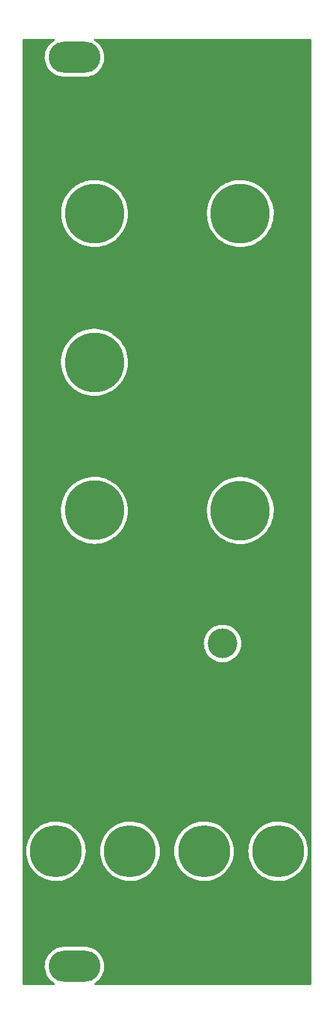
<source format=gbr>
%TF.GenerationSoftware,KiCad,Pcbnew,6.0.9+dfsg-1~bpo11+1*%
%TF.CreationDate,2023-01-13T02:31:21+08:00*%
%TF.ProjectId,MiniVerb - Front,4d696e69-5665-4726-9220-2d2046726f6e,rev?*%
%TF.SameCoordinates,Original*%
%TF.FileFunction,Copper,L1,Top*%
%TF.FilePolarity,Positive*%
%FSLAX46Y46*%
G04 Gerber Fmt 4.6, Leading zero omitted, Abs format (unit mm)*
G04 Created by KiCad (PCBNEW 6.0.9+dfsg-1~bpo11+1) date 2023-01-13 02:31:21*
%MOMM*%
%LPD*%
G01*
G04 APERTURE LIST*
%TA.AperFunction,ComponentPad*%
%ADD10O,7.000000X4.200000*%
%TD*%
%TA.AperFunction,ComponentPad*%
%ADD11C,8.000000*%
%TD*%
%TA.AperFunction,ComponentPad*%
%ADD12C,7.000000*%
%TD*%
%TA.AperFunction,ViaPad*%
%ADD13C,4.000000*%
%TD*%
G04 APERTURE END LIST*
D10*
%TO.P,REF\u002A\u002A,*%
%TO.N,*%
X127500000Y-157501088D03*
X127500000Y-35001088D03*
%TD*%
D11*
%TO.P,REF\u002A\u002A,*%
%TO.N,*%
X149900000Y-96070000D03*
%TD*%
%TO.P,REF\u002A\u002A,*%
%TO.N,*%
X130190000Y-76100000D03*
%TD*%
D12*
%TO.P,REF\u002A\u002A,*%
%TO.N,*%
X124990000Y-142000000D03*
%TD*%
D11*
%TO.P,REF\u002A\u002A,*%
%TO.N,*%
X130180000Y-96050000D03*
%TD*%
%TO.P,REF\u002A\u002A,*%
%TO.N,*%
X149900000Y-56050000D03*
%TD*%
%TO.P,REF\u002A\u002A,*%
%TO.N,*%
X130200000Y-56050000D03*
%TD*%
D12*
%TO.P,REF\u002A\u002A,*%
%TO.N,*%
X145000000Y-142000000D03*
%TD*%
%TO.P,REF\u002A\u002A,*%
%TO.N,*%
X135000000Y-142000000D03*
%TD*%
%TO.P,REF\u002A\u002A,*%
%TO.N,*%
X155010000Y-142000000D03*
%TD*%
D13*
%TO.N,*%
X147500000Y-114000000D03*
%TD*%
%TA.AperFunction,NonConductor*%
G36*
X124796375Y-32528502D02*
G01*
X124842868Y-32582158D01*
X124852972Y-32652432D01*
X124823478Y-32717012D01*
X124794089Y-32741933D01*
X124684224Y-32809259D01*
X124600983Y-32860269D01*
X124597979Y-32862659D01*
X124597974Y-32862662D01*
X124429370Y-32996776D01*
X124351256Y-33058911D01*
X124127599Y-33286506D01*
X124125254Y-33289562D01*
X123988195Y-33468181D01*
X123933346Y-33539661D01*
X123771393Y-33814603D01*
X123644154Y-34107233D01*
X123553526Y-34413188D01*
X123500860Y-34727907D01*
X123486941Y-35046699D01*
X123511977Y-35364811D01*
X123575594Y-35677500D01*
X123676845Y-35980106D01*
X123814219Y-36268117D01*
X123985669Y-36537239D01*
X123988112Y-36540202D01*
X123988113Y-36540204D01*
X124135016Y-36718411D01*
X124188639Y-36783461D01*
X124420102Y-37003112D01*
X124676609Y-37192917D01*
X124679942Y-37194803D01*
X124679947Y-37194806D01*
X124839104Y-37284853D01*
X124954336Y-37350048D01*
X124957879Y-37351515D01*
X124957884Y-37351518D01*
X125135032Y-37424894D01*
X125249142Y-37472160D01*
X125351532Y-37500555D01*
X125552916Y-37556405D01*
X125552924Y-37556407D01*
X125556632Y-37557435D01*
X125872222Y-37604600D01*
X125875520Y-37604744D01*
X125985090Y-37609528D01*
X125985094Y-37609528D01*
X125986466Y-37609588D01*
X128981047Y-37609588D01*
X129218500Y-37595065D01*
X129222283Y-37594364D01*
X129222290Y-37594363D01*
X129375376Y-37565990D01*
X129532252Y-37536914D01*
X129742300Y-37470686D01*
X129832907Y-37442118D01*
X129832910Y-37442117D01*
X129836579Y-37440960D01*
X129840076Y-37439366D01*
X129840082Y-37439364D01*
X130123436Y-37310233D01*
X130123440Y-37310231D01*
X130126944Y-37308634D01*
X130312694Y-37194806D01*
X130395739Y-37143916D01*
X130395742Y-37143914D01*
X130399017Y-37141907D01*
X130402021Y-37139517D01*
X130402026Y-37139514D01*
X130645733Y-36945660D01*
X130648744Y-36943265D01*
X130872401Y-36715670D01*
X131009316Y-36537239D01*
X131064304Y-36465578D01*
X131064306Y-36465574D01*
X131066654Y-36462515D01*
X131228607Y-36187573D01*
X131355846Y-35894943D01*
X131446474Y-35588988D01*
X131499140Y-35274269D01*
X131513059Y-34955477D01*
X131488023Y-34637365D01*
X131424406Y-34324676D01*
X131323155Y-34022070D01*
X131185781Y-33734059D01*
X131014331Y-33464937D01*
X130867244Y-33286506D01*
X130813804Y-33221678D01*
X130813800Y-33221673D01*
X130811361Y-33218715D01*
X130579898Y-32999064D01*
X130323391Y-32809259D01*
X130320052Y-32807370D01*
X130320046Y-32807366D01*
X130208339Y-32744165D01*
X130158899Y-32693212D01*
X130144855Y-32623618D01*
X130170665Y-32557479D01*
X130228136Y-32515794D01*
X130270384Y-32508500D01*
X159365500Y-32508500D01*
X159433621Y-32528502D01*
X159480114Y-32582158D01*
X159491500Y-32634500D01*
X159491500Y-159865500D01*
X159471498Y-159933621D01*
X159417842Y-159980114D01*
X159365500Y-159991500D01*
X130275297Y-159991500D01*
X130207176Y-159971498D01*
X130160683Y-159917842D01*
X130150579Y-159847568D01*
X130180073Y-159782988D01*
X130209462Y-159758067D01*
X130395739Y-159643916D01*
X130395742Y-159643914D01*
X130399017Y-159641907D01*
X130402021Y-159639517D01*
X130402026Y-159639514D01*
X130645733Y-159445660D01*
X130648744Y-159443265D01*
X130872401Y-159215670D01*
X131009316Y-159037239D01*
X131064304Y-158965578D01*
X131064306Y-158965574D01*
X131066654Y-158962515D01*
X131228607Y-158687573D01*
X131355846Y-158394943D01*
X131446474Y-158088988D01*
X131499140Y-157774269D01*
X131513059Y-157455477D01*
X131488023Y-157137365D01*
X131424406Y-156824676D01*
X131323155Y-156522070D01*
X131185781Y-156234059D01*
X131014331Y-155964937D01*
X130867244Y-155786506D01*
X130813804Y-155721678D01*
X130813800Y-155721673D01*
X130811361Y-155718715D01*
X130579898Y-155499064D01*
X130323391Y-155309259D01*
X130320058Y-155307373D01*
X130320053Y-155307370D01*
X130122417Y-155195553D01*
X130045664Y-155152128D01*
X130042121Y-155150661D01*
X130042116Y-155150658D01*
X129823386Y-155060058D01*
X129750858Y-155030016D01*
X129648468Y-155001621D01*
X129447084Y-154945771D01*
X129447076Y-154945769D01*
X129443368Y-154944741D01*
X129127778Y-154897576D01*
X129124480Y-154897432D01*
X129014910Y-154892648D01*
X129014906Y-154892648D01*
X129013534Y-154892588D01*
X126018953Y-154892588D01*
X125781500Y-154907111D01*
X125777717Y-154907812D01*
X125777710Y-154907813D01*
X125624624Y-154936186D01*
X125467748Y-154965262D01*
X125286491Y-155022412D01*
X125167093Y-155060058D01*
X125167090Y-155060059D01*
X125163421Y-155061216D01*
X125159924Y-155062810D01*
X125159918Y-155062812D01*
X124876564Y-155191943D01*
X124876560Y-155191945D01*
X124873056Y-155193542D01*
X124869777Y-155195552D01*
X124869774Y-155195553D01*
X124684224Y-155309259D01*
X124600983Y-155360269D01*
X124597979Y-155362659D01*
X124597974Y-155362662D01*
X124429370Y-155496776D01*
X124351256Y-155558911D01*
X124127599Y-155786506D01*
X124125254Y-155789562D01*
X123988195Y-155968181D01*
X123933346Y-156039661D01*
X123771393Y-156314603D01*
X123644154Y-156607233D01*
X123553526Y-156913188D01*
X123500860Y-157227907D01*
X123486941Y-157546699D01*
X123511977Y-157864811D01*
X123575594Y-158177500D01*
X123676845Y-158480106D01*
X123814219Y-158768117D01*
X123985669Y-159037239D01*
X123988112Y-159040202D01*
X123988113Y-159040204D01*
X124135016Y-159218411D01*
X124188639Y-159283461D01*
X124420102Y-159503112D01*
X124676609Y-159692917D01*
X124679948Y-159694806D01*
X124679954Y-159694810D01*
X124787815Y-159755835D01*
X124837255Y-159806788D01*
X124851299Y-159876382D01*
X124825489Y-159942521D01*
X124768018Y-159984206D01*
X124725770Y-159991500D01*
X120634500Y-159991500D01*
X120566379Y-159971498D01*
X120519886Y-159917842D01*
X120508500Y-159865500D01*
X120508500Y-141943965D01*
X120977057Y-141943965D01*
X120990741Y-142335827D01*
X121042599Y-142724484D01*
X121132136Y-143106225D01*
X121258496Y-143477407D01*
X121420475Y-143834487D01*
X121616525Y-144174056D01*
X121618314Y-144176554D01*
X121618316Y-144176558D01*
X121718047Y-144315860D01*
X121844776Y-144492874D01*
X122103049Y-144787896D01*
X122388878Y-145056308D01*
X122699536Y-145295546D01*
X122702139Y-145297173D01*
X122702144Y-145297176D01*
X122821576Y-145371805D01*
X123032056Y-145503328D01*
X123383266Y-145677670D01*
X123749812Y-145816907D01*
X124128195Y-145919712D01*
X124426419Y-145970153D01*
X124511783Y-145984591D01*
X124511786Y-145984591D01*
X124514805Y-145985102D01*
X124669444Y-145995916D01*
X124902885Y-146012240D01*
X124902893Y-146012240D01*
X124905951Y-146012454D01*
X125158037Y-146005413D01*
X125294825Y-146001592D01*
X125294828Y-146001592D01*
X125297899Y-146001506D01*
X125300952Y-146001120D01*
X125300956Y-146001120D01*
X125442576Y-145983229D01*
X125686908Y-145952362D01*
X125689912Y-145951680D01*
X125689915Y-145951679D01*
X126066269Y-145866174D01*
X126066275Y-145866172D01*
X126069265Y-145865493D01*
X126072184Y-145864522D01*
X126438396Y-145742700D01*
X126438402Y-145742698D01*
X126441320Y-145741727D01*
X126582735Y-145678765D01*
X126796722Y-145583492D01*
X126796728Y-145583489D01*
X126799522Y-145582245D01*
X126802191Y-145580729D01*
X127137784Y-145390086D01*
X127137790Y-145390083D01*
X127140452Y-145388570D01*
X127460855Y-145162550D01*
X127757674Y-144906344D01*
X128028074Y-144622395D01*
X128269475Y-144313415D01*
X128479574Y-143982354D01*
X128656363Y-143632370D01*
X128716469Y-143477407D01*
X128797041Y-143269681D01*
X128797044Y-143269672D01*
X128798156Y-143266805D01*
X128903600Y-142889148D01*
X128971688Y-142503004D01*
X129001769Y-142112059D01*
X129003334Y-142000000D01*
X129000594Y-141943965D01*
X130987057Y-141943965D01*
X131000741Y-142335827D01*
X131052599Y-142724484D01*
X131142136Y-143106225D01*
X131268496Y-143477407D01*
X131430475Y-143834487D01*
X131626525Y-144174056D01*
X131628314Y-144176554D01*
X131628316Y-144176558D01*
X131728047Y-144315860D01*
X131854776Y-144492874D01*
X132113049Y-144787896D01*
X132398878Y-145056308D01*
X132709536Y-145295546D01*
X132712139Y-145297173D01*
X132712144Y-145297176D01*
X132831576Y-145371805D01*
X133042056Y-145503328D01*
X133393266Y-145677670D01*
X133759812Y-145816907D01*
X134138195Y-145919712D01*
X134436419Y-145970153D01*
X134521783Y-145984591D01*
X134521786Y-145984591D01*
X134524805Y-145985102D01*
X134679444Y-145995916D01*
X134912885Y-146012240D01*
X134912893Y-146012240D01*
X134915951Y-146012454D01*
X135168037Y-146005413D01*
X135304825Y-146001592D01*
X135304828Y-146001592D01*
X135307899Y-146001506D01*
X135310952Y-146001120D01*
X135310956Y-146001120D01*
X135452576Y-145983229D01*
X135696908Y-145952362D01*
X135699912Y-145951680D01*
X135699915Y-145951679D01*
X136076269Y-145866174D01*
X136076275Y-145866172D01*
X136079265Y-145865493D01*
X136082184Y-145864522D01*
X136448396Y-145742700D01*
X136448402Y-145742698D01*
X136451320Y-145741727D01*
X136592735Y-145678765D01*
X136806722Y-145583492D01*
X136806728Y-145583489D01*
X136809522Y-145582245D01*
X136812191Y-145580729D01*
X137147784Y-145390086D01*
X137147790Y-145390083D01*
X137150452Y-145388570D01*
X137470855Y-145162550D01*
X137767674Y-144906344D01*
X138038074Y-144622395D01*
X138279475Y-144313415D01*
X138489574Y-143982354D01*
X138666363Y-143632370D01*
X138726469Y-143477407D01*
X138807041Y-143269681D01*
X138807044Y-143269672D01*
X138808156Y-143266805D01*
X138913600Y-142889148D01*
X138981688Y-142503004D01*
X139011769Y-142112059D01*
X139013334Y-142000000D01*
X139010594Y-141943965D01*
X140987057Y-141943965D01*
X141000741Y-142335827D01*
X141052599Y-142724484D01*
X141142136Y-143106225D01*
X141268496Y-143477407D01*
X141430475Y-143834487D01*
X141626525Y-144174056D01*
X141628314Y-144176554D01*
X141628316Y-144176558D01*
X141728047Y-144315860D01*
X141854776Y-144492874D01*
X142113049Y-144787896D01*
X142398878Y-145056308D01*
X142709536Y-145295546D01*
X142712139Y-145297173D01*
X142712144Y-145297176D01*
X142831576Y-145371805D01*
X143042056Y-145503328D01*
X143393266Y-145677670D01*
X143759812Y-145816907D01*
X144138195Y-145919712D01*
X144436419Y-145970153D01*
X144521783Y-145984591D01*
X144521786Y-145984591D01*
X144524805Y-145985102D01*
X144679444Y-145995916D01*
X144912885Y-146012240D01*
X144912893Y-146012240D01*
X144915951Y-146012454D01*
X145168037Y-146005413D01*
X145304825Y-146001592D01*
X145304828Y-146001592D01*
X145307899Y-146001506D01*
X145310952Y-146001120D01*
X145310956Y-146001120D01*
X145452576Y-145983229D01*
X145696908Y-145952362D01*
X145699912Y-145951680D01*
X145699915Y-145951679D01*
X146076269Y-145866174D01*
X146076275Y-145866172D01*
X146079265Y-145865493D01*
X146082184Y-145864522D01*
X146448396Y-145742700D01*
X146448402Y-145742698D01*
X146451320Y-145741727D01*
X146592735Y-145678765D01*
X146806722Y-145583492D01*
X146806728Y-145583489D01*
X146809522Y-145582245D01*
X146812191Y-145580729D01*
X147147784Y-145390086D01*
X147147790Y-145390083D01*
X147150452Y-145388570D01*
X147470855Y-145162550D01*
X147767674Y-144906344D01*
X148038074Y-144622395D01*
X148279475Y-144313415D01*
X148489574Y-143982354D01*
X148666363Y-143632370D01*
X148726469Y-143477407D01*
X148807041Y-143269681D01*
X148807044Y-143269672D01*
X148808156Y-143266805D01*
X148913600Y-142889148D01*
X148981688Y-142503004D01*
X149011769Y-142112059D01*
X149013334Y-142000000D01*
X149010594Y-141943965D01*
X150997057Y-141943965D01*
X151010741Y-142335827D01*
X151062599Y-142724484D01*
X151152136Y-143106225D01*
X151278496Y-143477407D01*
X151440475Y-143834487D01*
X151636525Y-144174056D01*
X151638314Y-144176554D01*
X151638316Y-144176558D01*
X151738047Y-144315860D01*
X151864776Y-144492874D01*
X152123049Y-144787896D01*
X152408878Y-145056308D01*
X152719536Y-145295546D01*
X152722139Y-145297173D01*
X152722144Y-145297176D01*
X152841576Y-145371805D01*
X153052056Y-145503328D01*
X153403266Y-145677670D01*
X153769812Y-145816907D01*
X154148195Y-145919712D01*
X154446419Y-145970153D01*
X154531783Y-145984591D01*
X154531786Y-145984591D01*
X154534805Y-145985102D01*
X154689444Y-145995916D01*
X154922885Y-146012240D01*
X154922893Y-146012240D01*
X154925951Y-146012454D01*
X155178037Y-146005413D01*
X155314825Y-146001592D01*
X155314828Y-146001592D01*
X155317899Y-146001506D01*
X155320952Y-146001120D01*
X155320956Y-146001120D01*
X155462576Y-145983229D01*
X155706908Y-145952362D01*
X155709912Y-145951680D01*
X155709915Y-145951679D01*
X156086269Y-145866174D01*
X156086275Y-145866172D01*
X156089265Y-145865493D01*
X156092184Y-145864522D01*
X156458396Y-145742700D01*
X156458402Y-145742698D01*
X156461320Y-145741727D01*
X156602735Y-145678765D01*
X156816722Y-145583492D01*
X156816728Y-145583489D01*
X156819522Y-145582245D01*
X156822191Y-145580729D01*
X157157784Y-145390086D01*
X157157790Y-145390083D01*
X157160452Y-145388570D01*
X157480855Y-145162550D01*
X157777674Y-144906344D01*
X158048074Y-144622395D01*
X158289475Y-144313415D01*
X158499574Y-143982354D01*
X158676363Y-143632370D01*
X158736469Y-143477407D01*
X158817041Y-143269681D01*
X158817044Y-143269672D01*
X158818156Y-143266805D01*
X158923600Y-142889148D01*
X158991688Y-142503004D01*
X159021769Y-142112059D01*
X159023334Y-142000000D01*
X159020594Y-141943965D01*
X159004330Y-141611440D01*
X159004180Y-141608367D01*
X158946901Y-141220473D01*
X158852043Y-140840019D01*
X158720512Y-140470637D01*
X158553564Y-140115854D01*
X158551997Y-140113225D01*
X158551992Y-140113216D01*
X158354361Y-139781689D01*
X158352791Y-139779055D01*
X158350977Y-139776595D01*
X158350972Y-139776587D01*
X158121933Y-139465926D01*
X158121931Y-139465923D01*
X158120111Y-139463455D01*
X157857744Y-139172068D01*
X157568195Y-138907673D01*
X157254228Y-138672795D01*
X157206015Y-138643596D01*
X156921467Y-138471267D01*
X156921458Y-138471262D01*
X156918839Y-138469676D01*
X156565229Y-138300255D01*
X156562339Y-138299203D01*
X156562334Y-138299201D01*
X156199674Y-138167204D01*
X156199671Y-138167203D01*
X156196775Y-138166149D01*
X155920563Y-138095229D01*
X155819977Y-138069403D01*
X155819974Y-138069402D01*
X155816993Y-138068637D01*
X155429508Y-138008651D01*
X155038018Y-137986764D01*
X155034939Y-137986893D01*
X155034936Y-137986893D01*
X154779188Y-137997612D01*
X154646261Y-138003183D01*
X154643217Y-138003611D01*
X154643215Y-138003611D01*
X154432778Y-138033186D01*
X154257976Y-138057753D01*
X153876869Y-138149953D01*
X153506579Y-138278902D01*
X153150638Y-138443369D01*
X152812446Y-138641785D01*
X152652444Y-138758033D01*
X152497711Y-138870453D01*
X152497705Y-138870458D01*
X152495230Y-138872256D01*
X152492944Y-138874285D01*
X152492941Y-138874288D01*
X152413123Y-138945154D01*
X152202017Y-139132583D01*
X152199938Y-139134828D01*
X152199931Y-139134835D01*
X151937694Y-139418026D01*
X151935608Y-139420279D01*
X151698544Y-139732599D01*
X151493089Y-140066562D01*
X151321203Y-140418980D01*
X151184527Y-140786489D01*
X151084367Y-141165581D01*
X151021677Y-141552638D01*
X151021483Y-141555718D01*
X151021483Y-141555720D01*
X151017978Y-141611440D01*
X150997057Y-141943965D01*
X149010594Y-141943965D01*
X148994330Y-141611440D01*
X148994180Y-141608367D01*
X148936901Y-141220473D01*
X148842043Y-140840019D01*
X148710512Y-140470637D01*
X148543564Y-140115854D01*
X148541997Y-140113225D01*
X148541992Y-140113216D01*
X148344361Y-139781689D01*
X148342791Y-139779055D01*
X148340977Y-139776595D01*
X148340972Y-139776587D01*
X148111933Y-139465926D01*
X148111931Y-139465923D01*
X148110111Y-139463455D01*
X147847744Y-139172068D01*
X147558195Y-138907673D01*
X147244228Y-138672795D01*
X147196015Y-138643596D01*
X146911467Y-138471267D01*
X146911458Y-138471262D01*
X146908839Y-138469676D01*
X146555229Y-138300255D01*
X146552339Y-138299203D01*
X146552334Y-138299201D01*
X146189674Y-138167204D01*
X146189671Y-138167203D01*
X146186775Y-138166149D01*
X145910563Y-138095229D01*
X145809977Y-138069403D01*
X145809974Y-138069402D01*
X145806993Y-138068637D01*
X145419508Y-138008651D01*
X145028018Y-137986764D01*
X145024939Y-137986893D01*
X145024936Y-137986893D01*
X144769188Y-137997612D01*
X144636261Y-138003183D01*
X144633217Y-138003611D01*
X144633215Y-138003611D01*
X144422778Y-138033186D01*
X144247976Y-138057753D01*
X143866869Y-138149953D01*
X143496579Y-138278902D01*
X143140638Y-138443369D01*
X142802446Y-138641785D01*
X142642444Y-138758033D01*
X142487711Y-138870453D01*
X142487705Y-138870458D01*
X142485230Y-138872256D01*
X142482944Y-138874285D01*
X142482941Y-138874288D01*
X142403123Y-138945154D01*
X142192017Y-139132583D01*
X142189938Y-139134828D01*
X142189931Y-139134835D01*
X141927694Y-139418026D01*
X141925608Y-139420279D01*
X141688544Y-139732599D01*
X141483089Y-140066562D01*
X141311203Y-140418980D01*
X141174527Y-140786489D01*
X141074367Y-141165581D01*
X141011677Y-141552638D01*
X141011483Y-141555718D01*
X141011483Y-141555720D01*
X141007978Y-141611440D01*
X140987057Y-141943965D01*
X139010594Y-141943965D01*
X138994330Y-141611440D01*
X138994180Y-141608367D01*
X138936901Y-141220473D01*
X138842043Y-140840019D01*
X138710512Y-140470637D01*
X138543564Y-140115854D01*
X138541997Y-140113225D01*
X138541992Y-140113216D01*
X138344361Y-139781689D01*
X138342791Y-139779055D01*
X138340977Y-139776595D01*
X138340972Y-139776587D01*
X138111933Y-139465926D01*
X138111931Y-139465923D01*
X138110111Y-139463455D01*
X137847744Y-139172068D01*
X137558195Y-138907673D01*
X137244228Y-138672795D01*
X137196015Y-138643596D01*
X136911467Y-138471267D01*
X136911458Y-138471262D01*
X136908839Y-138469676D01*
X136555229Y-138300255D01*
X136552339Y-138299203D01*
X136552334Y-138299201D01*
X136189674Y-138167204D01*
X136189671Y-138167203D01*
X136186775Y-138166149D01*
X135910563Y-138095229D01*
X135809977Y-138069403D01*
X135809974Y-138069402D01*
X135806993Y-138068637D01*
X135419508Y-138008651D01*
X135028018Y-137986764D01*
X135024939Y-137986893D01*
X135024936Y-137986893D01*
X134769188Y-137997612D01*
X134636261Y-138003183D01*
X134633217Y-138003611D01*
X134633215Y-138003611D01*
X134422778Y-138033186D01*
X134247976Y-138057753D01*
X133866869Y-138149953D01*
X133496579Y-138278902D01*
X133140638Y-138443369D01*
X132802446Y-138641785D01*
X132642444Y-138758033D01*
X132487711Y-138870453D01*
X132487705Y-138870458D01*
X132485230Y-138872256D01*
X132482944Y-138874285D01*
X132482941Y-138874288D01*
X132403123Y-138945154D01*
X132192017Y-139132583D01*
X132189938Y-139134828D01*
X132189931Y-139134835D01*
X131927694Y-139418026D01*
X131925608Y-139420279D01*
X131688544Y-139732599D01*
X131483089Y-140066562D01*
X131311203Y-140418980D01*
X131174527Y-140786489D01*
X131074367Y-141165581D01*
X131011677Y-141552638D01*
X131011483Y-141555718D01*
X131011483Y-141555720D01*
X131007978Y-141611440D01*
X130987057Y-141943965D01*
X129000594Y-141943965D01*
X128984330Y-141611440D01*
X128984180Y-141608367D01*
X128926901Y-141220473D01*
X128832043Y-140840019D01*
X128700512Y-140470637D01*
X128533564Y-140115854D01*
X128531997Y-140113225D01*
X128531992Y-140113216D01*
X128334361Y-139781689D01*
X128332791Y-139779055D01*
X128330977Y-139776595D01*
X128330972Y-139776587D01*
X128101933Y-139465926D01*
X128101931Y-139465923D01*
X128100111Y-139463455D01*
X127837744Y-139172068D01*
X127548195Y-138907673D01*
X127234228Y-138672795D01*
X127186015Y-138643596D01*
X126901467Y-138471267D01*
X126901458Y-138471262D01*
X126898839Y-138469676D01*
X126545229Y-138300255D01*
X126542339Y-138299203D01*
X126542334Y-138299201D01*
X126179674Y-138167204D01*
X126179671Y-138167203D01*
X126176775Y-138166149D01*
X125900563Y-138095229D01*
X125799977Y-138069403D01*
X125799974Y-138069402D01*
X125796993Y-138068637D01*
X125409508Y-138008651D01*
X125018018Y-137986764D01*
X125014939Y-137986893D01*
X125014936Y-137986893D01*
X124759188Y-137997612D01*
X124626261Y-138003183D01*
X124623217Y-138003611D01*
X124623215Y-138003611D01*
X124412778Y-138033186D01*
X124237976Y-138057753D01*
X123856869Y-138149953D01*
X123486579Y-138278902D01*
X123130638Y-138443369D01*
X122792446Y-138641785D01*
X122632444Y-138758033D01*
X122477711Y-138870453D01*
X122477705Y-138870458D01*
X122475230Y-138872256D01*
X122472944Y-138874285D01*
X122472941Y-138874288D01*
X122393123Y-138945154D01*
X122182017Y-139132583D01*
X122179938Y-139134828D01*
X122179931Y-139134835D01*
X121917694Y-139418026D01*
X121915608Y-139420279D01*
X121678544Y-139732599D01*
X121473089Y-140066562D01*
X121301203Y-140418980D01*
X121164527Y-140786489D01*
X121064367Y-141165581D01*
X121001677Y-141552638D01*
X121001483Y-141555718D01*
X121001483Y-141555720D01*
X120997978Y-141611440D01*
X120977057Y-141943965D01*
X120508500Y-141943965D01*
X120508500Y-114000000D01*
X144986540Y-114000000D01*
X145006359Y-114315020D01*
X145065505Y-114625072D01*
X145163044Y-114925266D01*
X145164731Y-114928852D01*
X145164733Y-114928856D01*
X145295750Y-115207283D01*
X145295754Y-115207290D01*
X145297438Y-115210869D01*
X145466568Y-115477375D01*
X145667767Y-115720582D01*
X145897860Y-115936654D01*
X146153221Y-116122184D01*
X146429821Y-116274247D01*
X146433490Y-116275700D01*
X146433495Y-116275702D01*
X146719628Y-116388990D01*
X146723298Y-116390443D01*
X147029025Y-116468940D01*
X147342179Y-116508500D01*
X147657821Y-116508500D01*
X147970975Y-116468940D01*
X148276702Y-116390443D01*
X148280372Y-116388990D01*
X148566505Y-116275702D01*
X148566510Y-116275700D01*
X148570179Y-116274247D01*
X148846779Y-116122184D01*
X149102140Y-115936654D01*
X149332233Y-115720582D01*
X149533432Y-115477375D01*
X149702562Y-115210869D01*
X149704246Y-115207290D01*
X149704250Y-115207283D01*
X149835267Y-114928856D01*
X149835269Y-114928852D01*
X149836956Y-114925266D01*
X149934495Y-114625072D01*
X149993641Y-114315020D01*
X150013460Y-114000000D01*
X149993641Y-113684980D01*
X149934495Y-113374928D01*
X149836956Y-113074734D01*
X149835267Y-113071144D01*
X149704250Y-112792717D01*
X149704246Y-112792710D01*
X149702562Y-112789131D01*
X149533432Y-112522625D01*
X149332233Y-112279418D01*
X149102140Y-112063346D01*
X148846779Y-111877816D01*
X148570179Y-111725753D01*
X148566510Y-111724300D01*
X148566505Y-111724298D01*
X148280372Y-111611010D01*
X148280371Y-111611010D01*
X148276702Y-111609557D01*
X147970975Y-111531060D01*
X147657821Y-111491500D01*
X147342179Y-111491500D01*
X147029025Y-111531060D01*
X146723298Y-111609557D01*
X146719629Y-111611010D01*
X146719628Y-111611010D01*
X146433495Y-111724298D01*
X146433490Y-111724300D01*
X146429821Y-111725753D01*
X146153221Y-111877816D01*
X145897860Y-112063346D01*
X145667767Y-112279418D01*
X145466568Y-112522625D01*
X145297438Y-112789131D01*
X145295754Y-112792710D01*
X145295750Y-112792717D01*
X145164733Y-113071144D01*
X145163044Y-113074734D01*
X145065505Y-113374928D01*
X145006359Y-113684980D01*
X144986540Y-114000000D01*
X120508500Y-114000000D01*
X120508500Y-96207512D01*
X125669433Y-96207512D01*
X125669662Y-96210357D01*
X125669662Y-96210360D01*
X125698848Y-96573095D01*
X125702273Y-96615668D01*
X125771969Y-97019168D01*
X125877949Y-97414691D01*
X126019340Y-97798980D01*
X126020565Y-97801560D01*
X126020568Y-97801567D01*
X126179129Y-98135494D01*
X126194979Y-98168874D01*
X126312260Y-98367186D01*
X126385301Y-98490691D01*
X126403418Y-98521326D01*
X126405080Y-98523630D01*
X126405081Y-98523632D01*
X126623130Y-98825963D01*
X126642944Y-98853436D01*
X126911584Y-99162471D01*
X127207126Y-99445886D01*
X127209344Y-99447656D01*
X127209349Y-99447661D01*
X127234403Y-99467661D01*
X127527139Y-99701349D01*
X127529520Y-99702919D01*
X127847369Y-99912501D01*
X127868989Y-99926757D01*
X127871519Y-99928113D01*
X127871518Y-99928113D01*
X128178340Y-100092630D01*
X128229860Y-100120255D01*
X128606784Y-100280250D01*
X128609522Y-100281129D01*
X128993931Y-100404549D01*
X128993935Y-100404550D01*
X128996657Y-100405424D01*
X128999447Y-100406048D01*
X128999452Y-100406049D01*
X129393477Y-100494125D01*
X129393488Y-100494127D01*
X129396271Y-100494749D01*
X129802335Y-100547487D01*
X130211509Y-100563206D01*
X130214371Y-100563056D01*
X130214372Y-100563056D01*
X130617566Y-100541926D01*
X130617573Y-100541925D01*
X130620422Y-100541776D01*
X130623245Y-100541369D01*
X130623247Y-100541369D01*
X131022889Y-100483780D01*
X131022896Y-100483779D01*
X131025711Y-100483373D01*
X131424038Y-100388478D01*
X131426736Y-100387570D01*
X131426743Y-100387568D01*
X131809414Y-100258785D01*
X131809420Y-100258783D01*
X131812126Y-100257872D01*
X132186779Y-100092630D01*
X132544914Y-99894113D01*
X132883583Y-99663954D01*
X132885811Y-99662124D01*
X133197779Y-99405870D01*
X133197783Y-99405867D01*
X133199998Y-99404047D01*
X133202036Y-99402038D01*
X133202043Y-99402031D01*
X133422687Y-99184446D01*
X133491555Y-99116533D01*
X133695163Y-98875596D01*
X133754008Y-98805963D01*
X133754013Y-98805957D01*
X133755854Y-98803778D01*
X133990719Y-98468356D01*
X134194217Y-98113027D01*
X134195401Y-98110441D01*
X134363485Y-97743316D01*
X134363488Y-97743307D01*
X134364674Y-97740718D01*
X134500685Y-97354492D01*
X134501387Y-97351718D01*
X134600430Y-96960307D01*
X134600431Y-96960303D01*
X134601133Y-96957528D01*
X134665189Y-96553095D01*
X134686814Y-96227512D01*
X145389433Y-96227512D01*
X145389662Y-96230357D01*
X145389662Y-96230360D01*
X145420664Y-96615668D01*
X145422273Y-96635668D01*
X145491969Y-97039168D01*
X145597949Y-97434691D01*
X145598934Y-97437368D01*
X145730994Y-97796295D01*
X145739340Y-97818980D01*
X145740565Y-97821560D01*
X145740568Y-97821567D01*
X145887233Y-98130441D01*
X145914979Y-98188874D01*
X146032260Y-98387186D01*
X146112954Y-98523632D01*
X146123418Y-98541326D01*
X146125080Y-98543630D01*
X146125081Y-98543632D01*
X146348520Y-98853436D01*
X146362944Y-98873436D01*
X146631584Y-99182471D01*
X146927126Y-99465886D01*
X146929344Y-99467656D01*
X146929349Y-99467661D01*
X147087132Y-99593617D01*
X147247139Y-99721349D01*
X147249520Y-99722919D01*
X147556260Y-99925176D01*
X147588989Y-99946757D01*
X147591519Y-99948113D01*
X147591518Y-99948113D01*
X147914642Y-100121371D01*
X147949860Y-100140255D01*
X148326784Y-100300250D01*
X148329522Y-100301129D01*
X148713931Y-100424549D01*
X148713935Y-100424550D01*
X148716657Y-100425424D01*
X148719447Y-100426048D01*
X148719452Y-100426049D01*
X149113477Y-100514125D01*
X149113488Y-100514127D01*
X149116271Y-100514749D01*
X149522335Y-100567487D01*
X149931509Y-100583206D01*
X149934371Y-100583056D01*
X149934372Y-100583056D01*
X150337566Y-100561926D01*
X150337573Y-100561925D01*
X150340422Y-100561776D01*
X150343245Y-100561369D01*
X150343247Y-100561369D01*
X150742889Y-100503780D01*
X150742896Y-100503779D01*
X150745711Y-100503373D01*
X151144038Y-100408478D01*
X151146736Y-100407570D01*
X151146743Y-100407568D01*
X151529414Y-100278785D01*
X151529420Y-100278783D01*
X151532126Y-100277872D01*
X151906779Y-100112630D01*
X152264914Y-99914113D01*
X152603583Y-99683954D01*
X152893411Y-99445886D01*
X152917779Y-99425870D01*
X152917783Y-99425867D01*
X152919998Y-99424047D01*
X152922036Y-99422038D01*
X152922043Y-99422031D01*
X153185252Y-99162471D01*
X153211555Y-99136533D01*
X153230305Y-99114345D01*
X153474008Y-98825963D01*
X153474013Y-98825957D01*
X153475854Y-98823778D01*
X153710719Y-98488356D01*
X153914217Y-98133027D01*
X154056815Y-97821567D01*
X154083485Y-97763316D01*
X154083488Y-97763307D01*
X154084674Y-97760718D01*
X154220685Y-97374492D01*
X154309896Y-97021936D01*
X154320430Y-96980307D01*
X154320431Y-96980303D01*
X154321133Y-96977528D01*
X154324749Y-96954701D01*
X154384743Y-96575910D01*
X154385189Y-96573095D01*
X154408332Y-96224656D01*
X154412210Y-96166271D01*
X154412210Y-96166260D01*
X154412326Y-96164520D01*
X154413316Y-96070000D01*
X154394741Y-95660947D01*
X154392002Y-95640947D01*
X154339556Y-95258087D01*
X154339169Y-95255260D01*
X154333912Y-95232487D01*
X154312955Y-95141713D01*
X154247057Y-94856280D01*
X154239589Y-94833567D01*
X154120057Y-94470005D01*
X154120054Y-94469998D01*
X154119164Y-94467290D01*
X153956542Y-94091492D01*
X153833436Y-93865701D01*
X153761899Y-93734492D01*
X153761895Y-93734485D01*
X153760529Y-93731980D01*
X153680190Y-93611971D01*
X153534332Y-93394090D01*
X153534324Y-93394079D01*
X153532740Y-93391713D01*
X153275049Y-93073491D01*
X153257773Y-93055725D01*
X152991567Y-92781980D01*
X152991563Y-92781976D01*
X152989577Y-92779934D01*
X152987419Y-92778084D01*
X152987409Y-92778075D01*
X152680849Y-92515321D01*
X152680844Y-92515317D01*
X152678675Y-92513458D01*
X152676344Y-92511801D01*
X152676337Y-92511796D01*
X152470663Y-92365632D01*
X152344900Y-92276257D01*
X152088829Y-92127220D01*
X151993474Y-92071722D01*
X151993469Y-92071719D01*
X151991001Y-92070283D01*
X151756846Y-91961095D01*
X151622487Y-91898442D01*
X151622477Y-91898438D01*
X151619891Y-91897232D01*
X151561642Y-91876261D01*
X151237314Y-91759495D01*
X151237305Y-91759492D01*
X151234624Y-91758527D01*
X150972247Y-91690183D01*
X150841140Y-91656032D01*
X150841134Y-91656031D01*
X150838371Y-91655311D01*
X150434395Y-91588433D01*
X150431552Y-91588224D01*
X150431550Y-91588224D01*
X150028865Y-91558653D01*
X150026019Y-91558444D01*
X149856043Y-91561411D01*
X149619458Y-91565540D01*
X149619453Y-91565540D01*
X149616607Y-91565590D01*
X149613774Y-91565898D01*
X149613770Y-91565898D01*
X149284896Y-91601625D01*
X149209527Y-91609813D01*
X148808130Y-91690749D01*
X148805402Y-91691562D01*
X148805391Y-91691565D01*
X148492867Y-91784733D01*
X148415721Y-91807731D01*
X148413060Y-91808795D01*
X148413058Y-91808796D01*
X148082287Y-91941095D01*
X148035529Y-91959797D01*
X148032982Y-91961095D01*
X147673227Y-92144399D01*
X147673222Y-92144402D01*
X147670684Y-92145695D01*
X147324189Y-92363894D01*
X146998896Y-92612599D01*
X146697483Y-92889763D01*
X146422430Y-93193104D01*
X146176002Y-93520125D01*
X146058522Y-93709601D01*
X145972628Y-93848135D01*
X145960227Y-93868135D01*
X145958947Y-93870691D01*
X145958942Y-93870700D01*
X145849635Y-94088982D01*
X145776881Y-94234269D01*
X145775840Y-94236925D01*
X145775837Y-94236932D01*
X145685561Y-94467290D01*
X145627473Y-94615513D01*
X145626681Y-94618240D01*
X145626677Y-94618251D01*
X145518228Y-94991535D01*
X145513233Y-95008729D01*
X145435101Y-95410681D01*
X145393721Y-95818060D01*
X145389433Y-96227512D01*
X134686814Y-96227512D01*
X134692210Y-96146271D01*
X134692210Y-96146260D01*
X134692326Y-96144520D01*
X134693316Y-96050000D01*
X134674741Y-95640947D01*
X134619169Y-95235260D01*
X134527057Y-94836280D01*
X134453600Y-94612859D01*
X134400057Y-94450005D01*
X134400054Y-94449998D01*
X134399164Y-94447290D01*
X134236542Y-94071492D01*
X134052803Y-93734492D01*
X134041899Y-93714492D01*
X134041895Y-93714485D01*
X134040529Y-93711980D01*
X133960190Y-93591971D01*
X133814332Y-93374090D01*
X133814324Y-93374079D01*
X133812740Y-93371713D01*
X133555049Y-93053491D01*
X133395831Y-92889763D01*
X133271567Y-92761980D01*
X133271563Y-92761976D01*
X133269577Y-92759934D01*
X133267419Y-92758084D01*
X133267409Y-92758075D01*
X132960849Y-92495321D01*
X132960844Y-92495317D01*
X132958675Y-92493458D01*
X132956344Y-92491801D01*
X132956337Y-92491796D01*
X132750663Y-92345632D01*
X132624900Y-92256257D01*
X132307837Y-92071722D01*
X132273474Y-92051722D01*
X132273469Y-92051719D01*
X132271001Y-92050283D01*
X132036846Y-91941095D01*
X131902487Y-91878442D01*
X131902477Y-91878438D01*
X131899891Y-91877232D01*
X131897194Y-91876261D01*
X131517314Y-91739495D01*
X131517305Y-91739492D01*
X131514624Y-91738527D01*
X131252247Y-91670183D01*
X131121140Y-91636032D01*
X131121134Y-91636031D01*
X131118371Y-91635311D01*
X130714395Y-91568433D01*
X130711552Y-91568224D01*
X130711550Y-91568224D01*
X130308865Y-91538653D01*
X130306019Y-91538444D01*
X130136043Y-91541411D01*
X129899458Y-91545540D01*
X129899453Y-91545540D01*
X129896607Y-91545590D01*
X129893774Y-91545898D01*
X129893770Y-91545898D01*
X129564896Y-91581625D01*
X129489527Y-91589813D01*
X129088130Y-91670749D01*
X129085402Y-91671562D01*
X129085391Y-91671565D01*
X128793684Y-91758527D01*
X128695721Y-91787731D01*
X128693060Y-91788795D01*
X128693058Y-91788796D01*
X128468927Y-91878442D01*
X128315529Y-91939797D01*
X128146469Y-92025937D01*
X127953227Y-92124399D01*
X127953222Y-92124402D01*
X127950684Y-92125695D01*
X127604189Y-92343894D01*
X127278896Y-92592599D01*
X126977483Y-92869763D01*
X126702430Y-93173104D01*
X126456002Y-93500125D01*
X126240227Y-93848135D01*
X126238947Y-93850691D01*
X126238942Y-93850700D01*
X126228927Y-93870700D01*
X126056881Y-94214269D01*
X126055840Y-94216925D01*
X126055837Y-94216932D01*
X125957723Y-94467290D01*
X125907473Y-94595513D01*
X125906681Y-94598240D01*
X125906677Y-94598251D01*
X125794030Y-94985985D01*
X125793233Y-94988729D01*
X125715101Y-95390681D01*
X125673721Y-95798060D01*
X125669433Y-96207512D01*
X120508500Y-96207512D01*
X120508500Y-76257512D01*
X125679433Y-76257512D01*
X125679662Y-76260357D01*
X125679662Y-76260360D01*
X125707465Y-76605910D01*
X125712273Y-76665668D01*
X125781969Y-77069168D01*
X125887949Y-77464691D01*
X126029340Y-77848980D01*
X126204979Y-78218874D01*
X126322260Y-78417186D01*
X126383473Y-78520691D01*
X126413418Y-78571326D01*
X126652944Y-78903436D01*
X126921584Y-79212471D01*
X127217126Y-79495886D01*
X127219344Y-79497656D01*
X127219349Y-79497661D01*
X127377132Y-79623617D01*
X127537139Y-79751349D01*
X127539520Y-79752919D01*
X127829482Y-79944113D01*
X127878989Y-79976757D01*
X127881519Y-79978113D01*
X127881518Y-79978113D01*
X128188340Y-80142630D01*
X128239860Y-80170255D01*
X128616784Y-80330250D01*
X128619522Y-80331129D01*
X129003931Y-80454549D01*
X129003935Y-80454550D01*
X129006657Y-80455424D01*
X129009447Y-80456048D01*
X129009452Y-80456049D01*
X129403477Y-80544125D01*
X129403488Y-80544127D01*
X129406271Y-80544749D01*
X129812335Y-80597487D01*
X130221509Y-80613206D01*
X130224371Y-80613056D01*
X130224372Y-80613056D01*
X130627566Y-80591926D01*
X130627573Y-80591925D01*
X130630422Y-80591776D01*
X130633245Y-80591369D01*
X130633247Y-80591369D01*
X131032889Y-80533780D01*
X131032896Y-80533779D01*
X131035711Y-80533373D01*
X131434038Y-80438478D01*
X131436736Y-80437570D01*
X131436743Y-80437568D01*
X131819414Y-80308785D01*
X131819420Y-80308783D01*
X131822126Y-80307872D01*
X132196779Y-80142630D01*
X132554914Y-79944113D01*
X132893583Y-79713954D01*
X133209998Y-79454047D01*
X133212036Y-79452038D01*
X133212043Y-79452031D01*
X133457161Y-79210311D01*
X133501555Y-79166533D01*
X133507261Y-79159781D01*
X133764008Y-78855963D01*
X133764013Y-78855957D01*
X133765854Y-78853778D01*
X134000719Y-78518356D01*
X134204217Y-78163027D01*
X134346815Y-77851567D01*
X134373485Y-77793316D01*
X134373488Y-77793307D01*
X134374674Y-77790718D01*
X134510685Y-77404492D01*
X134611133Y-77007528D01*
X134675189Y-76603095D01*
X134702326Y-76194520D01*
X134703316Y-76100000D01*
X134684741Y-75690947D01*
X134629169Y-75285260D01*
X134537057Y-74886280D01*
X134531460Y-74869255D01*
X134410057Y-74500005D01*
X134410054Y-74499998D01*
X134409164Y-74497290D01*
X134246542Y-74121492D01*
X134050529Y-73761980D01*
X133970190Y-73641971D01*
X133824332Y-73424090D01*
X133824324Y-73424079D01*
X133822740Y-73421713D01*
X133565049Y-73103491D01*
X133386382Y-72919763D01*
X133281567Y-72811980D01*
X133281563Y-72811976D01*
X133279577Y-72809934D01*
X133277419Y-72808084D01*
X133277409Y-72808075D01*
X132970849Y-72545321D01*
X132970844Y-72545317D01*
X132968675Y-72543458D01*
X132966344Y-72541801D01*
X132966337Y-72541796D01*
X132760663Y-72395632D01*
X132634900Y-72306257D01*
X132408345Y-72174399D01*
X132283474Y-72101722D01*
X132283469Y-72101719D01*
X132281001Y-72100283D01*
X132046846Y-71991095D01*
X131912487Y-71928442D01*
X131912477Y-71928438D01*
X131909891Y-71927232D01*
X131907194Y-71926261D01*
X131527314Y-71789495D01*
X131527305Y-71789492D01*
X131524624Y-71788527D01*
X131262247Y-71720183D01*
X131131140Y-71686032D01*
X131131134Y-71686031D01*
X131128371Y-71685311D01*
X130724395Y-71618433D01*
X130721552Y-71618224D01*
X130721550Y-71618224D01*
X130318865Y-71588653D01*
X130316019Y-71588444D01*
X130146043Y-71591411D01*
X129909458Y-71595540D01*
X129909453Y-71595540D01*
X129906607Y-71595590D01*
X129903774Y-71595898D01*
X129903770Y-71595898D01*
X129574896Y-71631625D01*
X129499527Y-71639813D01*
X129098130Y-71720749D01*
X129095402Y-71721562D01*
X129095391Y-71721565D01*
X128782867Y-71814733D01*
X128705721Y-71837731D01*
X128703060Y-71838795D01*
X128703058Y-71838796D01*
X128478927Y-71928442D01*
X128325529Y-71989797D01*
X128322982Y-71991095D01*
X127963227Y-72174399D01*
X127963222Y-72174402D01*
X127960684Y-72175695D01*
X127614189Y-72393894D01*
X127288896Y-72642599D01*
X126987483Y-72919763D01*
X126712430Y-73223104D01*
X126466002Y-73550125D01*
X126250227Y-73898135D01*
X126248947Y-73900691D01*
X126248942Y-73900700D01*
X126139635Y-74118982D01*
X126066881Y-74264269D01*
X126065840Y-74266925D01*
X126065837Y-74266932D01*
X125975561Y-74497290D01*
X125917473Y-74645513D01*
X125916681Y-74648240D01*
X125916677Y-74648251D01*
X125846715Y-74889063D01*
X125803233Y-75038729D01*
X125725101Y-75440681D01*
X125683721Y-75848060D01*
X125679433Y-76257512D01*
X120508500Y-76257512D01*
X120508500Y-56207512D01*
X125689433Y-56207512D01*
X125689662Y-56210357D01*
X125689662Y-56210360D01*
X125717465Y-56555910D01*
X125722273Y-56615668D01*
X125791969Y-57019168D01*
X125897949Y-57414691D01*
X126039340Y-57798980D01*
X126214979Y-58168874D01*
X126332260Y-58367186D01*
X126393473Y-58470691D01*
X126423418Y-58521326D01*
X126662944Y-58853436D01*
X126931584Y-59162471D01*
X127227126Y-59445886D01*
X127229344Y-59447656D01*
X127229349Y-59447661D01*
X127387133Y-59573618D01*
X127547139Y-59701349D01*
X127549520Y-59702919D01*
X127839482Y-59894113D01*
X127888989Y-59926757D01*
X127891519Y-59928113D01*
X127891518Y-59928113D01*
X128198340Y-60092630D01*
X128249860Y-60120255D01*
X128626784Y-60280250D01*
X128629522Y-60281129D01*
X129013931Y-60404549D01*
X129013935Y-60404550D01*
X129016657Y-60405424D01*
X129019447Y-60406048D01*
X129019452Y-60406049D01*
X129413477Y-60494125D01*
X129413488Y-60494127D01*
X129416271Y-60494749D01*
X129822335Y-60547487D01*
X130231509Y-60563206D01*
X130234371Y-60563056D01*
X130234372Y-60563056D01*
X130637566Y-60541926D01*
X130637573Y-60541925D01*
X130640422Y-60541776D01*
X130643245Y-60541369D01*
X130643247Y-60541369D01*
X131042889Y-60483780D01*
X131042896Y-60483779D01*
X131045711Y-60483373D01*
X131444038Y-60388478D01*
X131446736Y-60387570D01*
X131446743Y-60387568D01*
X131829414Y-60258785D01*
X131829420Y-60258783D01*
X131832126Y-60257872D01*
X132206779Y-60092630D01*
X132564914Y-59894113D01*
X132903583Y-59663954D01*
X133219998Y-59404047D01*
X133222036Y-59402038D01*
X133222043Y-59402031D01*
X133467161Y-59160311D01*
X133511555Y-59116533D01*
X133517261Y-59109781D01*
X133774008Y-58805963D01*
X133774013Y-58805957D01*
X133775854Y-58803778D01*
X134010719Y-58468356D01*
X134214217Y-58113027D01*
X134356815Y-57801567D01*
X134383485Y-57743316D01*
X134383488Y-57743307D01*
X134384674Y-57740718D01*
X134520685Y-57354492D01*
X134621133Y-56957528D01*
X134685189Y-56553095D01*
X134708142Y-56207512D01*
X145389433Y-56207512D01*
X145389662Y-56210357D01*
X145389662Y-56210360D01*
X145417465Y-56555910D01*
X145422273Y-56615668D01*
X145491969Y-57019168D01*
X145597949Y-57414691D01*
X145739340Y-57798980D01*
X145914979Y-58168874D01*
X146032260Y-58367186D01*
X146093473Y-58470691D01*
X146123418Y-58521326D01*
X146362944Y-58853436D01*
X146631584Y-59162471D01*
X146927126Y-59445886D01*
X146929344Y-59447656D01*
X146929349Y-59447661D01*
X147087133Y-59573618D01*
X147247139Y-59701349D01*
X147249520Y-59702919D01*
X147539482Y-59894113D01*
X147588989Y-59926757D01*
X147591519Y-59928113D01*
X147591518Y-59928113D01*
X147898340Y-60092630D01*
X147949860Y-60120255D01*
X148326784Y-60280250D01*
X148329522Y-60281129D01*
X148713931Y-60404549D01*
X148713935Y-60404550D01*
X148716657Y-60405424D01*
X148719447Y-60406048D01*
X148719452Y-60406049D01*
X149113477Y-60494125D01*
X149113488Y-60494127D01*
X149116271Y-60494749D01*
X149522335Y-60547487D01*
X149931509Y-60563206D01*
X149934371Y-60563056D01*
X149934372Y-60563056D01*
X150337566Y-60541926D01*
X150337573Y-60541925D01*
X150340422Y-60541776D01*
X150343245Y-60541369D01*
X150343247Y-60541369D01*
X150742889Y-60483780D01*
X150742896Y-60483779D01*
X150745711Y-60483373D01*
X151144038Y-60388478D01*
X151146736Y-60387570D01*
X151146743Y-60387568D01*
X151529414Y-60258785D01*
X151529420Y-60258783D01*
X151532126Y-60257872D01*
X151906779Y-60092630D01*
X152264914Y-59894113D01*
X152603583Y-59663954D01*
X152919998Y-59404047D01*
X152922036Y-59402038D01*
X152922043Y-59402031D01*
X153167161Y-59160311D01*
X153211555Y-59116533D01*
X153217261Y-59109781D01*
X153474008Y-58805963D01*
X153474013Y-58805957D01*
X153475854Y-58803778D01*
X153710719Y-58468356D01*
X153914217Y-58113027D01*
X154056815Y-57801567D01*
X154083485Y-57743316D01*
X154083488Y-57743307D01*
X154084674Y-57740718D01*
X154220685Y-57354492D01*
X154321133Y-56957528D01*
X154385189Y-56553095D01*
X154412326Y-56144520D01*
X154413316Y-56050000D01*
X154394741Y-55640947D01*
X154339169Y-55235260D01*
X154247057Y-54836280D01*
X154241460Y-54819255D01*
X154120057Y-54450005D01*
X154120054Y-54449998D01*
X154119164Y-54447290D01*
X153956542Y-54071492D01*
X153760529Y-53711980D01*
X153680190Y-53591971D01*
X153534332Y-53374090D01*
X153534324Y-53374079D01*
X153532740Y-53371713D01*
X153275049Y-53053491D01*
X153096382Y-52869763D01*
X152991567Y-52761980D01*
X152991563Y-52761976D01*
X152989577Y-52759934D01*
X152987419Y-52758084D01*
X152987409Y-52758075D01*
X152680849Y-52495321D01*
X152680844Y-52495317D01*
X152678675Y-52493458D01*
X152676344Y-52491801D01*
X152676337Y-52491796D01*
X152470663Y-52345632D01*
X152344900Y-52256257D01*
X152118345Y-52124399D01*
X151993474Y-52051722D01*
X151993469Y-52051719D01*
X151991001Y-52050283D01*
X151756846Y-51941095D01*
X151622487Y-51878442D01*
X151622477Y-51878438D01*
X151619891Y-51877232D01*
X151617194Y-51876261D01*
X151237314Y-51739495D01*
X151237305Y-51739492D01*
X151234624Y-51738527D01*
X150972247Y-51670183D01*
X150841140Y-51636032D01*
X150841134Y-51636031D01*
X150838371Y-51635311D01*
X150434395Y-51568433D01*
X150431552Y-51568224D01*
X150431550Y-51568224D01*
X150028865Y-51538653D01*
X150026019Y-51538444D01*
X149856043Y-51541411D01*
X149619458Y-51545540D01*
X149619453Y-51545540D01*
X149616607Y-51545590D01*
X149613774Y-51545898D01*
X149613770Y-51545898D01*
X149284896Y-51581625D01*
X149209527Y-51589813D01*
X148808130Y-51670749D01*
X148805402Y-51671562D01*
X148805391Y-51671565D01*
X148492867Y-51764733D01*
X148415721Y-51787731D01*
X148413060Y-51788795D01*
X148413058Y-51788796D01*
X148188927Y-51878442D01*
X148035529Y-51939797D01*
X148032982Y-51941095D01*
X147673227Y-52124399D01*
X147673222Y-52124402D01*
X147670684Y-52125695D01*
X147324189Y-52343894D01*
X146998896Y-52592599D01*
X146697483Y-52869763D01*
X146422430Y-53173104D01*
X146176002Y-53500125D01*
X145960227Y-53848135D01*
X145958947Y-53850691D01*
X145958942Y-53850700D01*
X145849635Y-54068982D01*
X145776881Y-54214269D01*
X145775840Y-54216925D01*
X145775837Y-54216932D01*
X145685561Y-54447290D01*
X145627473Y-54595513D01*
X145626681Y-54598240D01*
X145626677Y-54598251D01*
X145556715Y-54839063D01*
X145513233Y-54988729D01*
X145435101Y-55390681D01*
X145393721Y-55798060D01*
X145389433Y-56207512D01*
X134708142Y-56207512D01*
X134712326Y-56144520D01*
X134713316Y-56050000D01*
X134694741Y-55640947D01*
X134639169Y-55235260D01*
X134547057Y-54836280D01*
X134541460Y-54819255D01*
X134420057Y-54450005D01*
X134420054Y-54449998D01*
X134419164Y-54447290D01*
X134256542Y-54071492D01*
X134060529Y-53711980D01*
X133980190Y-53591971D01*
X133834332Y-53374090D01*
X133834324Y-53374079D01*
X133832740Y-53371713D01*
X133575049Y-53053491D01*
X133396382Y-52869763D01*
X133291567Y-52761980D01*
X133291563Y-52761976D01*
X133289577Y-52759934D01*
X133287419Y-52758084D01*
X133287409Y-52758075D01*
X132980849Y-52495321D01*
X132980844Y-52495317D01*
X132978675Y-52493458D01*
X132976344Y-52491801D01*
X132976337Y-52491796D01*
X132770663Y-52345632D01*
X132644900Y-52256257D01*
X132418345Y-52124399D01*
X132293474Y-52051722D01*
X132293469Y-52051719D01*
X132291001Y-52050283D01*
X132056846Y-51941095D01*
X131922487Y-51878442D01*
X131922477Y-51878438D01*
X131919891Y-51877232D01*
X131917194Y-51876261D01*
X131537314Y-51739495D01*
X131537305Y-51739492D01*
X131534624Y-51738527D01*
X131272247Y-51670183D01*
X131141140Y-51636032D01*
X131141134Y-51636031D01*
X131138371Y-51635311D01*
X130734395Y-51568433D01*
X130731552Y-51568224D01*
X130731550Y-51568224D01*
X130328865Y-51538653D01*
X130326019Y-51538444D01*
X130156043Y-51541411D01*
X129919458Y-51545540D01*
X129919453Y-51545540D01*
X129916607Y-51545590D01*
X129913774Y-51545898D01*
X129913770Y-51545898D01*
X129584896Y-51581625D01*
X129509527Y-51589813D01*
X129108130Y-51670749D01*
X129105402Y-51671562D01*
X129105391Y-51671565D01*
X128792867Y-51764733D01*
X128715721Y-51787731D01*
X128713060Y-51788795D01*
X128713058Y-51788796D01*
X128488927Y-51878442D01*
X128335529Y-51939797D01*
X128332982Y-51941095D01*
X127973227Y-52124399D01*
X127973222Y-52124402D01*
X127970684Y-52125695D01*
X127624189Y-52343894D01*
X127298896Y-52592599D01*
X126997483Y-52869763D01*
X126722430Y-53173104D01*
X126476002Y-53500125D01*
X126260227Y-53848135D01*
X126258947Y-53850691D01*
X126258942Y-53850700D01*
X126149635Y-54068982D01*
X126076881Y-54214269D01*
X126075840Y-54216925D01*
X126075837Y-54216932D01*
X125985561Y-54447290D01*
X125927473Y-54595513D01*
X125926681Y-54598240D01*
X125926677Y-54598251D01*
X125856715Y-54839063D01*
X125813233Y-54988729D01*
X125735101Y-55390681D01*
X125693721Y-55798060D01*
X125689433Y-56207512D01*
X120508500Y-56207512D01*
X120508500Y-32634500D01*
X120528502Y-32566379D01*
X120582158Y-32519886D01*
X120634500Y-32508500D01*
X124728254Y-32508500D01*
X124796375Y-32528502D01*
G37*
%TD.AperFunction*%
M02*

</source>
